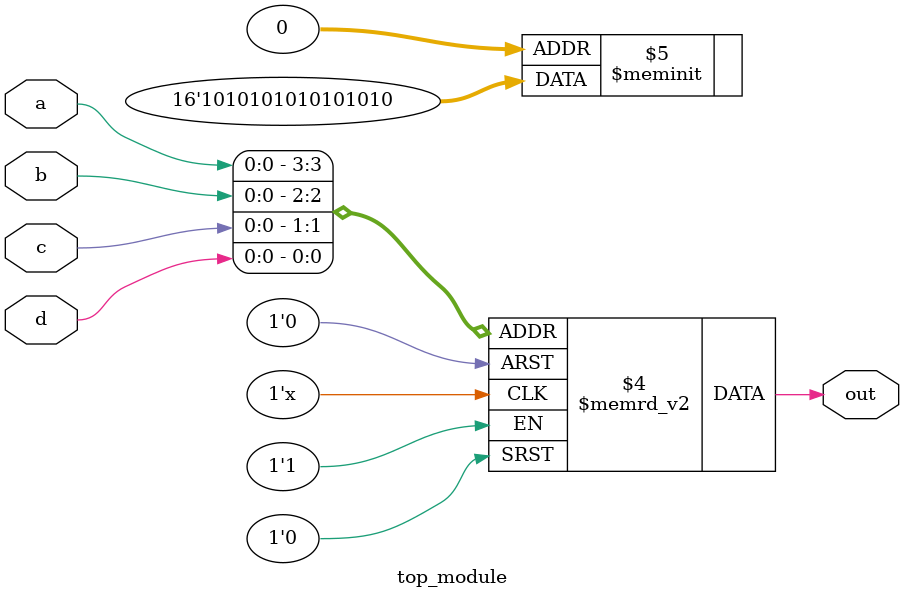
<source format=sv>
module top_module (
    input a, 
    input b,
    input c,
    input d,
    output reg out
);

    always @(*) begin
        case ({a, b, c, d})
            4'b0000: out = 0;
            4'b0001: out = 1;
            4'b0010: out = 0;
            4'b0011: out = 1;
            4'b0100: out = 0;
            4'b0101: out = 1;
            4'b0110: out = 0;
            4'b0111: out = 1;
            4'b1000: out = 0;
            4'b1001: out = 1;
            4'b1010: out = 0;
            4'b1011: out = 1;
            4'b1100: out = 0;
            4'b1101: out = 1;
            4'b1110: out = 0;
            4'b1111: out = 1;
            default: out = 0;
        endcase
    end
endmodule

</source>
